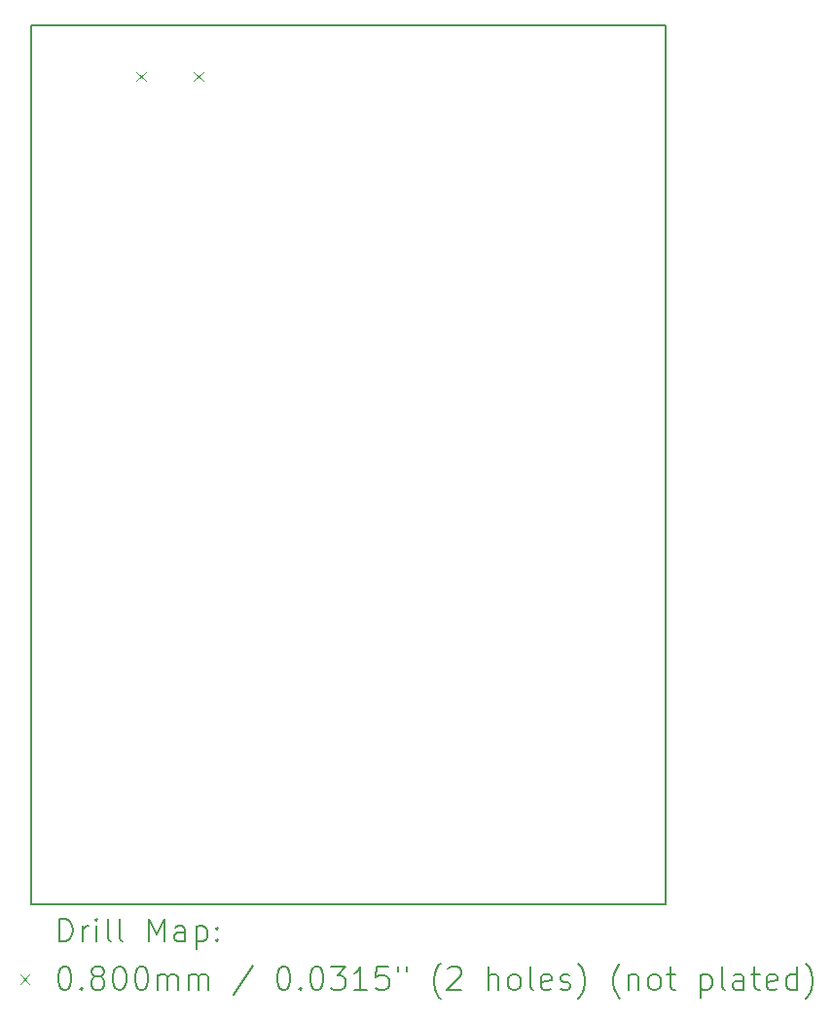
<source format=gbr>
%TF.GenerationSoftware,KiCad,Pcbnew,7.0.8*%
%TF.CreationDate,2024-12-25T15:07:26+01:00*%
%TF.ProjectId,STM32_Multimeter_PCB,53544d33-325f-44d7-956c-74696d657465,rev?*%
%TF.SameCoordinates,Original*%
%TF.FileFunction,Drillmap*%
%TF.FilePolarity,Positive*%
%FSLAX45Y45*%
G04 Gerber Fmt 4.5, Leading zero omitted, Abs format (unit mm)*
G04 Created by KiCad (PCBNEW 7.0.8) date 2024-12-25 15:07:26*
%MOMM*%
%LPD*%
G01*
G04 APERTURE LIST*
%ADD10C,0.200000*%
%ADD11C,0.080000*%
G04 APERTURE END LIST*
D10*
X3098800Y-2032000D02*
X8623300Y-2032000D01*
X8623300Y-9677400D01*
X3098800Y-9677400D01*
X3098800Y-2032000D01*
D11*
X4019300Y-2436500D02*
X4099300Y-2516500D01*
X4099300Y-2436500D02*
X4019300Y-2516500D01*
X4519300Y-2436500D02*
X4599300Y-2516500D01*
X4599300Y-2436500D02*
X4519300Y-2516500D01*
D10*
X3349577Y-9998884D02*
X3349577Y-9798884D01*
X3349577Y-9798884D02*
X3397196Y-9798884D01*
X3397196Y-9798884D02*
X3425767Y-9808408D01*
X3425767Y-9808408D02*
X3444815Y-9827455D01*
X3444815Y-9827455D02*
X3454339Y-9846503D01*
X3454339Y-9846503D02*
X3463862Y-9884598D01*
X3463862Y-9884598D02*
X3463862Y-9913170D01*
X3463862Y-9913170D02*
X3454339Y-9951265D01*
X3454339Y-9951265D02*
X3444815Y-9970312D01*
X3444815Y-9970312D02*
X3425767Y-9989360D01*
X3425767Y-9989360D02*
X3397196Y-9998884D01*
X3397196Y-9998884D02*
X3349577Y-9998884D01*
X3549577Y-9998884D02*
X3549577Y-9865550D01*
X3549577Y-9903646D02*
X3559101Y-9884598D01*
X3559101Y-9884598D02*
X3568624Y-9875074D01*
X3568624Y-9875074D02*
X3587672Y-9865550D01*
X3587672Y-9865550D02*
X3606720Y-9865550D01*
X3673386Y-9998884D02*
X3673386Y-9865550D01*
X3673386Y-9798884D02*
X3663862Y-9808408D01*
X3663862Y-9808408D02*
X3673386Y-9817931D01*
X3673386Y-9817931D02*
X3682910Y-9808408D01*
X3682910Y-9808408D02*
X3673386Y-9798884D01*
X3673386Y-9798884D02*
X3673386Y-9817931D01*
X3797196Y-9998884D02*
X3778148Y-9989360D01*
X3778148Y-9989360D02*
X3768624Y-9970312D01*
X3768624Y-9970312D02*
X3768624Y-9798884D01*
X3901958Y-9998884D02*
X3882910Y-9989360D01*
X3882910Y-9989360D02*
X3873386Y-9970312D01*
X3873386Y-9970312D02*
X3873386Y-9798884D01*
X4130529Y-9998884D02*
X4130529Y-9798884D01*
X4130529Y-9798884D02*
X4197196Y-9941741D01*
X4197196Y-9941741D02*
X4263863Y-9798884D01*
X4263863Y-9798884D02*
X4263863Y-9998884D01*
X4444815Y-9998884D02*
X4444815Y-9894122D01*
X4444815Y-9894122D02*
X4435291Y-9875074D01*
X4435291Y-9875074D02*
X4416244Y-9865550D01*
X4416244Y-9865550D02*
X4378148Y-9865550D01*
X4378148Y-9865550D02*
X4359101Y-9875074D01*
X4444815Y-9989360D02*
X4425767Y-9998884D01*
X4425767Y-9998884D02*
X4378148Y-9998884D01*
X4378148Y-9998884D02*
X4359101Y-9989360D01*
X4359101Y-9989360D02*
X4349577Y-9970312D01*
X4349577Y-9970312D02*
X4349577Y-9951265D01*
X4349577Y-9951265D02*
X4359101Y-9932217D01*
X4359101Y-9932217D02*
X4378148Y-9922693D01*
X4378148Y-9922693D02*
X4425767Y-9922693D01*
X4425767Y-9922693D02*
X4444815Y-9913170D01*
X4540053Y-9865550D02*
X4540053Y-10065550D01*
X4540053Y-9875074D02*
X4559101Y-9865550D01*
X4559101Y-9865550D02*
X4597196Y-9865550D01*
X4597196Y-9865550D02*
X4616244Y-9875074D01*
X4616244Y-9875074D02*
X4625767Y-9884598D01*
X4625767Y-9884598D02*
X4635291Y-9903646D01*
X4635291Y-9903646D02*
X4635291Y-9960789D01*
X4635291Y-9960789D02*
X4625767Y-9979836D01*
X4625767Y-9979836D02*
X4616244Y-9989360D01*
X4616244Y-9989360D02*
X4597196Y-9998884D01*
X4597196Y-9998884D02*
X4559101Y-9998884D01*
X4559101Y-9998884D02*
X4540053Y-9989360D01*
X4721005Y-9979836D02*
X4730529Y-9989360D01*
X4730529Y-9989360D02*
X4721005Y-9998884D01*
X4721005Y-9998884D02*
X4711482Y-9989360D01*
X4711482Y-9989360D02*
X4721005Y-9979836D01*
X4721005Y-9979836D02*
X4721005Y-9998884D01*
X4721005Y-9875074D02*
X4730529Y-9884598D01*
X4730529Y-9884598D02*
X4721005Y-9894122D01*
X4721005Y-9894122D02*
X4711482Y-9884598D01*
X4711482Y-9884598D02*
X4721005Y-9875074D01*
X4721005Y-9875074D02*
X4721005Y-9894122D01*
D11*
X3008800Y-10287400D02*
X3088800Y-10367400D01*
X3088800Y-10287400D02*
X3008800Y-10367400D01*
D10*
X3387672Y-10218884D02*
X3406720Y-10218884D01*
X3406720Y-10218884D02*
X3425767Y-10228408D01*
X3425767Y-10228408D02*
X3435291Y-10237931D01*
X3435291Y-10237931D02*
X3444815Y-10256979D01*
X3444815Y-10256979D02*
X3454339Y-10295074D01*
X3454339Y-10295074D02*
X3454339Y-10342693D01*
X3454339Y-10342693D02*
X3444815Y-10380789D01*
X3444815Y-10380789D02*
X3435291Y-10399836D01*
X3435291Y-10399836D02*
X3425767Y-10409360D01*
X3425767Y-10409360D02*
X3406720Y-10418884D01*
X3406720Y-10418884D02*
X3387672Y-10418884D01*
X3387672Y-10418884D02*
X3368624Y-10409360D01*
X3368624Y-10409360D02*
X3359101Y-10399836D01*
X3359101Y-10399836D02*
X3349577Y-10380789D01*
X3349577Y-10380789D02*
X3340053Y-10342693D01*
X3340053Y-10342693D02*
X3340053Y-10295074D01*
X3340053Y-10295074D02*
X3349577Y-10256979D01*
X3349577Y-10256979D02*
X3359101Y-10237931D01*
X3359101Y-10237931D02*
X3368624Y-10228408D01*
X3368624Y-10228408D02*
X3387672Y-10218884D01*
X3540053Y-10399836D02*
X3549577Y-10409360D01*
X3549577Y-10409360D02*
X3540053Y-10418884D01*
X3540053Y-10418884D02*
X3530529Y-10409360D01*
X3530529Y-10409360D02*
X3540053Y-10399836D01*
X3540053Y-10399836D02*
X3540053Y-10418884D01*
X3663862Y-10304598D02*
X3644815Y-10295074D01*
X3644815Y-10295074D02*
X3635291Y-10285550D01*
X3635291Y-10285550D02*
X3625767Y-10266503D01*
X3625767Y-10266503D02*
X3625767Y-10256979D01*
X3625767Y-10256979D02*
X3635291Y-10237931D01*
X3635291Y-10237931D02*
X3644815Y-10228408D01*
X3644815Y-10228408D02*
X3663862Y-10218884D01*
X3663862Y-10218884D02*
X3701958Y-10218884D01*
X3701958Y-10218884D02*
X3721005Y-10228408D01*
X3721005Y-10228408D02*
X3730529Y-10237931D01*
X3730529Y-10237931D02*
X3740053Y-10256979D01*
X3740053Y-10256979D02*
X3740053Y-10266503D01*
X3740053Y-10266503D02*
X3730529Y-10285550D01*
X3730529Y-10285550D02*
X3721005Y-10295074D01*
X3721005Y-10295074D02*
X3701958Y-10304598D01*
X3701958Y-10304598D02*
X3663862Y-10304598D01*
X3663862Y-10304598D02*
X3644815Y-10314122D01*
X3644815Y-10314122D02*
X3635291Y-10323646D01*
X3635291Y-10323646D02*
X3625767Y-10342693D01*
X3625767Y-10342693D02*
X3625767Y-10380789D01*
X3625767Y-10380789D02*
X3635291Y-10399836D01*
X3635291Y-10399836D02*
X3644815Y-10409360D01*
X3644815Y-10409360D02*
X3663862Y-10418884D01*
X3663862Y-10418884D02*
X3701958Y-10418884D01*
X3701958Y-10418884D02*
X3721005Y-10409360D01*
X3721005Y-10409360D02*
X3730529Y-10399836D01*
X3730529Y-10399836D02*
X3740053Y-10380789D01*
X3740053Y-10380789D02*
X3740053Y-10342693D01*
X3740053Y-10342693D02*
X3730529Y-10323646D01*
X3730529Y-10323646D02*
X3721005Y-10314122D01*
X3721005Y-10314122D02*
X3701958Y-10304598D01*
X3863862Y-10218884D02*
X3882910Y-10218884D01*
X3882910Y-10218884D02*
X3901958Y-10228408D01*
X3901958Y-10228408D02*
X3911482Y-10237931D01*
X3911482Y-10237931D02*
X3921005Y-10256979D01*
X3921005Y-10256979D02*
X3930529Y-10295074D01*
X3930529Y-10295074D02*
X3930529Y-10342693D01*
X3930529Y-10342693D02*
X3921005Y-10380789D01*
X3921005Y-10380789D02*
X3911482Y-10399836D01*
X3911482Y-10399836D02*
X3901958Y-10409360D01*
X3901958Y-10409360D02*
X3882910Y-10418884D01*
X3882910Y-10418884D02*
X3863862Y-10418884D01*
X3863862Y-10418884D02*
X3844815Y-10409360D01*
X3844815Y-10409360D02*
X3835291Y-10399836D01*
X3835291Y-10399836D02*
X3825767Y-10380789D01*
X3825767Y-10380789D02*
X3816243Y-10342693D01*
X3816243Y-10342693D02*
X3816243Y-10295074D01*
X3816243Y-10295074D02*
X3825767Y-10256979D01*
X3825767Y-10256979D02*
X3835291Y-10237931D01*
X3835291Y-10237931D02*
X3844815Y-10228408D01*
X3844815Y-10228408D02*
X3863862Y-10218884D01*
X4054339Y-10218884D02*
X4073386Y-10218884D01*
X4073386Y-10218884D02*
X4092434Y-10228408D01*
X4092434Y-10228408D02*
X4101958Y-10237931D01*
X4101958Y-10237931D02*
X4111482Y-10256979D01*
X4111482Y-10256979D02*
X4121005Y-10295074D01*
X4121005Y-10295074D02*
X4121005Y-10342693D01*
X4121005Y-10342693D02*
X4111482Y-10380789D01*
X4111482Y-10380789D02*
X4101958Y-10399836D01*
X4101958Y-10399836D02*
X4092434Y-10409360D01*
X4092434Y-10409360D02*
X4073386Y-10418884D01*
X4073386Y-10418884D02*
X4054339Y-10418884D01*
X4054339Y-10418884D02*
X4035291Y-10409360D01*
X4035291Y-10409360D02*
X4025767Y-10399836D01*
X4025767Y-10399836D02*
X4016243Y-10380789D01*
X4016243Y-10380789D02*
X4006720Y-10342693D01*
X4006720Y-10342693D02*
X4006720Y-10295074D01*
X4006720Y-10295074D02*
X4016243Y-10256979D01*
X4016243Y-10256979D02*
X4025767Y-10237931D01*
X4025767Y-10237931D02*
X4035291Y-10228408D01*
X4035291Y-10228408D02*
X4054339Y-10218884D01*
X4206720Y-10418884D02*
X4206720Y-10285550D01*
X4206720Y-10304598D02*
X4216244Y-10295074D01*
X4216244Y-10295074D02*
X4235291Y-10285550D01*
X4235291Y-10285550D02*
X4263863Y-10285550D01*
X4263863Y-10285550D02*
X4282910Y-10295074D01*
X4282910Y-10295074D02*
X4292434Y-10314122D01*
X4292434Y-10314122D02*
X4292434Y-10418884D01*
X4292434Y-10314122D02*
X4301958Y-10295074D01*
X4301958Y-10295074D02*
X4321005Y-10285550D01*
X4321005Y-10285550D02*
X4349577Y-10285550D01*
X4349577Y-10285550D02*
X4368625Y-10295074D01*
X4368625Y-10295074D02*
X4378148Y-10314122D01*
X4378148Y-10314122D02*
X4378148Y-10418884D01*
X4473386Y-10418884D02*
X4473386Y-10285550D01*
X4473386Y-10304598D02*
X4482910Y-10295074D01*
X4482910Y-10295074D02*
X4501958Y-10285550D01*
X4501958Y-10285550D02*
X4530529Y-10285550D01*
X4530529Y-10285550D02*
X4549577Y-10295074D01*
X4549577Y-10295074D02*
X4559101Y-10314122D01*
X4559101Y-10314122D02*
X4559101Y-10418884D01*
X4559101Y-10314122D02*
X4568625Y-10295074D01*
X4568625Y-10295074D02*
X4587672Y-10285550D01*
X4587672Y-10285550D02*
X4616244Y-10285550D01*
X4616244Y-10285550D02*
X4635291Y-10295074D01*
X4635291Y-10295074D02*
X4644815Y-10314122D01*
X4644815Y-10314122D02*
X4644815Y-10418884D01*
X5035291Y-10209360D02*
X4863863Y-10466503D01*
X5292434Y-10218884D02*
X5311482Y-10218884D01*
X5311482Y-10218884D02*
X5330529Y-10228408D01*
X5330529Y-10228408D02*
X5340053Y-10237931D01*
X5340053Y-10237931D02*
X5349577Y-10256979D01*
X5349577Y-10256979D02*
X5359101Y-10295074D01*
X5359101Y-10295074D02*
X5359101Y-10342693D01*
X5359101Y-10342693D02*
X5349577Y-10380789D01*
X5349577Y-10380789D02*
X5340053Y-10399836D01*
X5340053Y-10399836D02*
X5330529Y-10409360D01*
X5330529Y-10409360D02*
X5311482Y-10418884D01*
X5311482Y-10418884D02*
X5292434Y-10418884D01*
X5292434Y-10418884D02*
X5273387Y-10409360D01*
X5273387Y-10409360D02*
X5263863Y-10399836D01*
X5263863Y-10399836D02*
X5254339Y-10380789D01*
X5254339Y-10380789D02*
X5244815Y-10342693D01*
X5244815Y-10342693D02*
X5244815Y-10295074D01*
X5244815Y-10295074D02*
X5254339Y-10256979D01*
X5254339Y-10256979D02*
X5263863Y-10237931D01*
X5263863Y-10237931D02*
X5273387Y-10228408D01*
X5273387Y-10228408D02*
X5292434Y-10218884D01*
X5444815Y-10399836D02*
X5454339Y-10409360D01*
X5454339Y-10409360D02*
X5444815Y-10418884D01*
X5444815Y-10418884D02*
X5435291Y-10409360D01*
X5435291Y-10409360D02*
X5444815Y-10399836D01*
X5444815Y-10399836D02*
X5444815Y-10418884D01*
X5578148Y-10218884D02*
X5597196Y-10218884D01*
X5597196Y-10218884D02*
X5616244Y-10228408D01*
X5616244Y-10228408D02*
X5625767Y-10237931D01*
X5625767Y-10237931D02*
X5635291Y-10256979D01*
X5635291Y-10256979D02*
X5644815Y-10295074D01*
X5644815Y-10295074D02*
X5644815Y-10342693D01*
X5644815Y-10342693D02*
X5635291Y-10380789D01*
X5635291Y-10380789D02*
X5625767Y-10399836D01*
X5625767Y-10399836D02*
X5616244Y-10409360D01*
X5616244Y-10409360D02*
X5597196Y-10418884D01*
X5597196Y-10418884D02*
X5578148Y-10418884D01*
X5578148Y-10418884D02*
X5559101Y-10409360D01*
X5559101Y-10409360D02*
X5549577Y-10399836D01*
X5549577Y-10399836D02*
X5540053Y-10380789D01*
X5540053Y-10380789D02*
X5530529Y-10342693D01*
X5530529Y-10342693D02*
X5530529Y-10295074D01*
X5530529Y-10295074D02*
X5540053Y-10256979D01*
X5540053Y-10256979D02*
X5549577Y-10237931D01*
X5549577Y-10237931D02*
X5559101Y-10228408D01*
X5559101Y-10228408D02*
X5578148Y-10218884D01*
X5711482Y-10218884D02*
X5835291Y-10218884D01*
X5835291Y-10218884D02*
X5768625Y-10295074D01*
X5768625Y-10295074D02*
X5797196Y-10295074D01*
X5797196Y-10295074D02*
X5816244Y-10304598D01*
X5816244Y-10304598D02*
X5825767Y-10314122D01*
X5825767Y-10314122D02*
X5835291Y-10333170D01*
X5835291Y-10333170D02*
X5835291Y-10380789D01*
X5835291Y-10380789D02*
X5825767Y-10399836D01*
X5825767Y-10399836D02*
X5816244Y-10409360D01*
X5816244Y-10409360D02*
X5797196Y-10418884D01*
X5797196Y-10418884D02*
X5740053Y-10418884D01*
X5740053Y-10418884D02*
X5721006Y-10409360D01*
X5721006Y-10409360D02*
X5711482Y-10399836D01*
X6025767Y-10418884D02*
X5911482Y-10418884D01*
X5968625Y-10418884D02*
X5968625Y-10218884D01*
X5968625Y-10218884D02*
X5949577Y-10247455D01*
X5949577Y-10247455D02*
X5930529Y-10266503D01*
X5930529Y-10266503D02*
X5911482Y-10276027D01*
X6206720Y-10218884D02*
X6111482Y-10218884D01*
X6111482Y-10218884D02*
X6101958Y-10314122D01*
X6101958Y-10314122D02*
X6111482Y-10304598D01*
X6111482Y-10304598D02*
X6130529Y-10295074D01*
X6130529Y-10295074D02*
X6178148Y-10295074D01*
X6178148Y-10295074D02*
X6197196Y-10304598D01*
X6197196Y-10304598D02*
X6206720Y-10314122D01*
X6206720Y-10314122D02*
X6216244Y-10333170D01*
X6216244Y-10333170D02*
X6216244Y-10380789D01*
X6216244Y-10380789D02*
X6206720Y-10399836D01*
X6206720Y-10399836D02*
X6197196Y-10409360D01*
X6197196Y-10409360D02*
X6178148Y-10418884D01*
X6178148Y-10418884D02*
X6130529Y-10418884D01*
X6130529Y-10418884D02*
X6111482Y-10409360D01*
X6111482Y-10409360D02*
X6101958Y-10399836D01*
X6292434Y-10218884D02*
X6292434Y-10256979D01*
X6368625Y-10218884D02*
X6368625Y-10256979D01*
X6663863Y-10495074D02*
X6654339Y-10485550D01*
X6654339Y-10485550D02*
X6635291Y-10456979D01*
X6635291Y-10456979D02*
X6625768Y-10437931D01*
X6625768Y-10437931D02*
X6616244Y-10409360D01*
X6616244Y-10409360D02*
X6606720Y-10361741D01*
X6606720Y-10361741D02*
X6606720Y-10323646D01*
X6606720Y-10323646D02*
X6616244Y-10276027D01*
X6616244Y-10276027D02*
X6625768Y-10247455D01*
X6625768Y-10247455D02*
X6635291Y-10228408D01*
X6635291Y-10228408D02*
X6654339Y-10199836D01*
X6654339Y-10199836D02*
X6663863Y-10190312D01*
X6730529Y-10237931D02*
X6740053Y-10228408D01*
X6740053Y-10228408D02*
X6759101Y-10218884D01*
X6759101Y-10218884D02*
X6806720Y-10218884D01*
X6806720Y-10218884D02*
X6825768Y-10228408D01*
X6825768Y-10228408D02*
X6835291Y-10237931D01*
X6835291Y-10237931D02*
X6844815Y-10256979D01*
X6844815Y-10256979D02*
X6844815Y-10276027D01*
X6844815Y-10276027D02*
X6835291Y-10304598D01*
X6835291Y-10304598D02*
X6721006Y-10418884D01*
X6721006Y-10418884D02*
X6844815Y-10418884D01*
X7082910Y-10418884D02*
X7082910Y-10218884D01*
X7168625Y-10418884D02*
X7168625Y-10314122D01*
X7168625Y-10314122D02*
X7159101Y-10295074D01*
X7159101Y-10295074D02*
X7140053Y-10285550D01*
X7140053Y-10285550D02*
X7111482Y-10285550D01*
X7111482Y-10285550D02*
X7092434Y-10295074D01*
X7092434Y-10295074D02*
X7082910Y-10304598D01*
X7292434Y-10418884D02*
X7273387Y-10409360D01*
X7273387Y-10409360D02*
X7263863Y-10399836D01*
X7263863Y-10399836D02*
X7254339Y-10380789D01*
X7254339Y-10380789D02*
X7254339Y-10323646D01*
X7254339Y-10323646D02*
X7263863Y-10304598D01*
X7263863Y-10304598D02*
X7273387Y-10295074D01*
X7273387Y-10295074D02*
X7292434Y-10285550D01*
X7292434Y-10285550D02*
X7321006Y-10285550D01*
X7321006Y-10285550D02*
X7340053Y-10295074D01*
X7340053Y-10295074D02*
X7349577Y-10304598D01*
X7349577Y-10304598D02*
X7359101Y-10323646D01*
X7359101Y-10323646D02*
X7359101Y-10380789D01*
X7359101Y-10380789D02*
X7349577Y-10399836D01*
X7349577Y-10399836D02*
X7340053Y-10409360D01*
X7340053Y-10409360D02*
X7321006Y-10418884D01*
X7321006Y-10418884D02*
X7292434Y-10418884D01*
X7473387Y-10418884D02*
X7454339Y-10409360D01*
X7454339Y-10409360D02*
X7444815Y-10390312D01*
X7444815Y-10390312D02*
X7444815Y-10218884D01*
X7625768Y-10409360D02*
X7606720Y-10418884D01*
X7606720Y-10418884D02*
X7568625Y-10418884D01*
X7568625Y-10418884D02*
X7549577Y-10409360D01*
X7549577Y-10409360D02*
X7540053Y-10390312D01*
X7540053Y-10390312D02*
X7540053Y-10314122D01*
X7540053Y-10314122D02*
X7549577Y-10295074D01*
X7549577Y-10295074D02*
X7568625Y-10285550D01*
X7568625Y-10285550D02*
X7606720Y-10285550D01*
X7606720Y-10285550D02*
X7625768Y-10295074D01*
X7625768Y-10295074D02*
X7635291Y-10314122D01*
X7635291Y-10314122D02*
X7635291Y-10333170D01*
X7635291Y-10333170D02*
X7540053Y-10352217D01*
X7711482Y-10409360D02*
X7730530Y-10418884D01*
X7730530Y-10418884D02*
X7768625Y-10418884D01*
X7768625Y-10418884D02*
X7787672Y-10409360D01*
X7787672Y-10409360D02*
X7797196Y-10390312D01*
X7797196Y-10390312D02*
X7797196Y-10380789D01*
X7797196Y-10380789D02*
X7787672Y-10361741D01*
X7787672Y-10361741D02*
X7768625Y-10352217D01*
X7768625Y-10352217D02*
X7740053Y-10352217D01*
X7740053Y-10352217D02*
X7721006Y-10342693D01*
X7721006Y-10342693D02*
X7711482Y-10323646D01*
X7711482Y-10323646D02*
X7711482Y-10314122D01*
X7711482Y-10314122D02*
X7721006Y-10295074D01*
X7721006Y-10295074D02*
X7740053Y-10285550D01*
X7740053Y-10285550D02*
X7768625Y-10285550D01*
X7768625Y-10285550D02*
X7787672Y-10295074D01*
X7863863Y-10495074D02*
X7873387Y-10485550D01*
X7873387Y-10485550D02*
X7892434Y-10456979D01*
X7892434Y-10456979D02*
X7901958Y-10437931D01*
X7901958Y-10437931D02*
X7911482Y-10409360D01*
X7911482Y-10409360D02*
X7921006Y-10361741D01*
X7921006Y-10361741D02*
X7921006Y-10323646D01*
X7921006Y-10323646D02*
X7911482Y-10276027D01*
X7911482Y-10276027D02*
X7901958Y-10247455D01*
X7901958Y-10247455D02*
X7892434Y-10228408D01*
X7892434Y-10228408D02*
X7873387Y-10199836D01*
X7873387Y-10199836D02*
X7863863Y-10190312D01*
X8225768Y-10495074D02*
X8216244Y-10485550D01*
X8216244Y-10485550D02*
X8197196Y-10456979D01*
X8197196Y-10456979D02*
X8187672Y-10437931D01*
X8187672Y-10437931D02*
X8178149Y-10409360D01*
X8178149Y-10409360D02*
X8168625Y-10361741D01*
X8168625Y-10361741D02*
X8168625Y-10323646D01*
X8168625Y-10323646D02*
X8178149Y-10276027D01*
X8178149Y-10276027D02*
X8187672Y-10247455D01*
X8187672Y-10247455D02*
X8197196Y-10228408D01*
X8197196Y-10228408D02*
X8216244Y-10199836D01*
X8216244Y-10199836D02*
X8225768Y-10190312D01*
X8301958Y-10285550D02*
X8301958Y-10418884D01*
X8301958Y-10304598D02*
X8311482Y-10295074D01*
X8311482Y-10295074D02*
X8330530Y-10285550D01*
X8330530Y-10285550D02*
X8359101Y-10285550D01*
X8359101Y-10285550D02*
X8378149Y-10295074D01*
X8378149Y-10295074D02*
X8387672Y-10314122D01*
X8387672Y-10314122D02*
X8387672Y-10418884D01*
X8511482Y-10418884D02*
X8492434Y-10409360D01*
X8492434Y-10409360D02*
X8482911Y-10399836D01*
X8482911Y-10399836D02*
X8473387Y-10380789D01*
X8473387Y-10380789D02*
X8473387Y-10323646D01*
X8473387Y-10323646D02*
X8482911Y-10304598D01*
X8482911Y-10304598D02*
X8492434Y-10295074D01*
X8492434Y-10295074D02*
X8511482Y-10285550D01*
X8511482Y-10285550D02*
X8540054Y-10285550D01*
X8540054Y-10285550D02*
X8559101Y-10295074D01*
X8559101Y-10295074D02*
X8568625Y-10304598D01*
X8568625Y-10304598D02*
X8578149Y-10323646D01*
X8578149Y-10323646D02*
X8578149Y-10380789D01*
X8578149Y-10380789D02*
X8568625Y-10399836D01*
X8568625Y-10399836D02*
X8559101Y-10409360D01*
X8559101Y-10409360D02*
X8540054Y-10418884D01*
X8540054Y-10418884D02*
X8511482Y-10418884D01*
X8635292Y-10285550D02*
X8711482Y-10285550D01*
X8663863Y-10218884D02*
X8663863Y-10390312D01*
X8663863Y-10390312D02*
X8673387Y-10409360D01*
X8673387Y-10409360D02*
X8692434Y-10418884D01*
X8692434Y-10418884D02*
X8711482Y-10418884D01*
X8930530Y-10285550D02*
X8930530Y-10485550D01*
X8930530Y-10295074D02*
X8949577Y-10285550D01*
X8949577Y-10285550D02*
X8987673Y-10285550D01*
X8987673Y-10285550D02*
X9006720Y-10295074D01*
X9006720Y-10295074D02*
X9016244Y-10304598D01*
X9016244Y-10304598D02*
X9025768Y-10323646D01*
X9025768Y-10323646D02*
X9025768Y-10380789D01*
X9025768Y-10380789D02*
X9016244Y-10399836D01*
X9016244Y-10399836D02*
X9006720Y-10409360D01*
X9006720Y-10409360D02*
X8987673Y-10418884D01*
X8987673Y-10418884D02*
X8949577Y-10418884D01*
X8949577Y-10418884D02*
X8930530Y-10409360D01*
X9140054Y-10418884D02*
X9121006Y-10409360D01*
X9121006Y-10409360D02*
X9111482Y-10390312D01*
X9111482Y-10390312D02*
X9111482Y-10218884D01*
X9301958Y-10418884D02*
X9301958Y-10314122D01*
X9301958Y-10314122D02*
X9292435Y-10295074D01*
X9292435Y-10295074D02*
X9273387Y-10285550D01*
X9273387Y-10285550D02*
X9235292Y-10285550D01*
X9235292Y-10285550D02*
X9216244Y-10295074D01*
X9301958Y-10409360D02*
X9282911Y-10418884D01*
X9282911Y-10418884D02*
X9235292Y-10418884D01*
X9235292Y-10418884D02*
X9216244Y-10409360D01*
X9216244Y-10409360D02*
X9206720Y-10390312D01*
X9206720Y-10390312D02*
X9206720Y-10371265D01*
X9206720Y-10371265D02*
X9216244Y-10352217D01*
X9216244Y-10352217D02*
X9235292Y-10342693D01*
X9235292Y-10342693D02*
X9282911Y-10342693D01*
X9282911Y-10342693D02*
X9301958Y-10333170D01*
X9368625Y-10285550D02*
X9444815Y-10285550D01*
X9397196Y-10218884D02*
X9397196Y-10390312D01*
X9397196Y-10390312D02*
X9406720Y-10409360D01*
X9406720Y-10409360D02*
X9425768Y-10418884D01*
X9425768Y-10418884D02*
X9444815Y-10418884D01*
X9587673Y-10409360D02*
X9568625Y-10418884D01*
X9568625Y-10418884D02*
X9530530Y-10418884D01*
X9530530Y-10418884D02*
X9511482Y-10409360D01*
X9511482Y-10409360D02*
X9501958Y-10390312D01*
X9501958Y-10390312D02*
X9501958Y-10314122D01*
X9501958Y-10314122D02*
X9511482Y-10295074D01*
X9511482Y-10295074D02*
X9530530Y-10285550D01*
X9530530Y-10285550D02*
X9568625Y-10285550D01*
X9568625Y-10285550D02*
X9587673Y-10295074D01*
X9587673Y-10295074D02*
X9597196Y-10314122D01*
X9597196Y-10314122D02*
X9597196Y-10333170D01*
X9597196Y-10333170D02*
X9501958Y-10352217D01*
X9768625Y-10418884D02*
X9768625Y-10218884D01*
X9768625Y-10409360D02*
X9749577Y-10418884D01*
X9749577Y-10418884D02*
X9711482Y-10418884D01*
X9711482Y-10418884D02*
X9692435Y-10409360D01*
X9692435Y-10409360D02*
X9682911Y-10399836D01*
X9682911Y-10399836D02*
X9673387Y-10380789D01*
X9673387Y-10380789D02*
X9673387Y-10323646D01*
X9673387Y-10323646D02*
X9682911Y-10304598D01*
X9682911Y-10304598D02*
X9692435Y-10295074D01*
X9692435Y-10295074D02*
X9711482Y-10285550D01*
X9711482Y-10285550D02*
X9749577Y-10285550D01*
X9749577Y-10285550D02*
X9768625Y-10295074D01*
X9844816Y-10495074D02*
X9854339Y-10485550D01*
X9854339Y-10485550D02*
X9873387Y-10456979D01*
X9873387Y-10456979D02*
X9882911Y-10437931D01*
X9882911Y-10437931D02*
X9892435Y-10409360D01*
X9892435Y-10409360D02*
X9901958Y-10361741D01*
X9901958Y-10361741D02*
X9901958Y-10323646D01*
X9901958Y-10323646D02*
X9892435Y-10276027D01*
X9892435Y-10276027D02*
X9882911Y-10247455D01*
X9882911Y-10247455D02*
X9873387Y-10228408D01*
X9873387Y-10228408D02*
X9854339Y-10199836D01*
X9854339Y-10199836D02*
X9844816Y-10190312D01*
M02*

</source>
